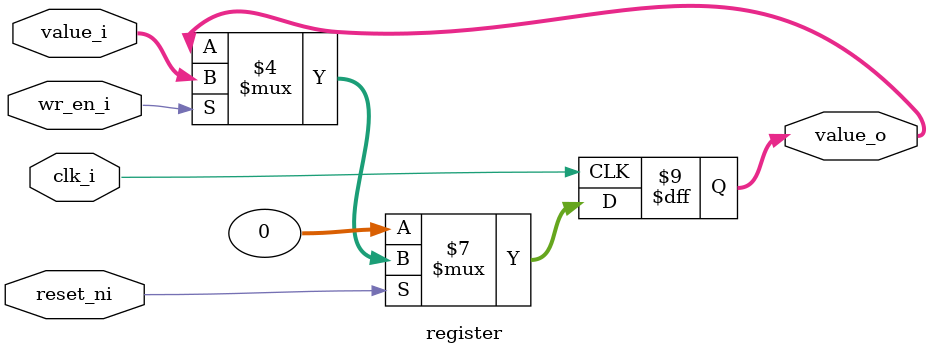
<source format=sv>
module register #(
    parameter WIDTH         = 32,
    parameter INITIAL_VALUE = 0
) (
    input clk_i,
    input reset_ni,
    input wr_en_i,
    input [WIDTH-1 : 0] value_i,

    output logic [WIDTH-1 : 0] value_o
);

  initial begin
    value_o = INITIAL_VALUE;
  end

  always_ff @(posedge clk_i) begin
    if (!reset_ni) value_o <= INITIAL_VALUE;
    else if(wr_en_i) value_o <= value_i;
  end

endmodule

</source>
